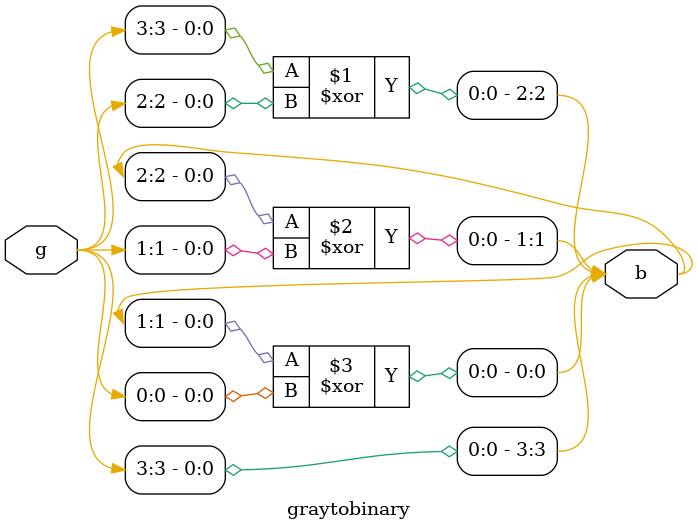
<source format=v>
`timescale 1ns / 1ps
module graytobinary(g,b);
input [3:0]g;
output [3:0]b;
assign b[3]=g[3];
assign b[2]=b[3]^g[2];
assign b[1]=b[2]^g[1];
assign b[0]=b[1]^g[0];
endmodule

</source>
